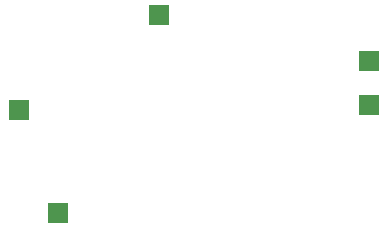
<source format=gbr>
%TF.GenerationSoftware,KiCad,Pcbnew,9.0.6*%
%TF.CreationDate,2025-12-21T15:01:31-05:00*%
%TF.ProjectId,olyntia,6f6c796e-7469-4612-9e6b-696361645f70,rev?*%
%TF.SameCoordinates,Original*%
%TF.FileFunction,Soldermask,Bot*%
%TF.FilePolarity,Negative*%
%FSLAX46Y46*%
G04 Gerber Fmt 4.6, Leading zero omitted, Abs format (unit mm)*
G04 Created by KiCad (PCBNEW 9.0.6) date 2025-12-21 15:01:31*
%MOMM*%
%LPD*%
G01*
G04 APERTURE LIST*
%ADD10R,1.700000X1.700000*%
G04 APERTURE END LIST*
D10*
%TO.C,ADC1*%
X67763000Y-105237000D03*
%TD*%
%TO.C,GND*%
X97409000Y-101066600D03*
%TD*%
%TO.C,+5V_IN*%
X97409000Y-104825800D03*
%TD*%
%TO.C,RE*%
X71043800Y-113995200D03*
%TD*%
%TO.C,WE*%
X79625000Y-97200000D03*
%TD*%
M02*

</source>
